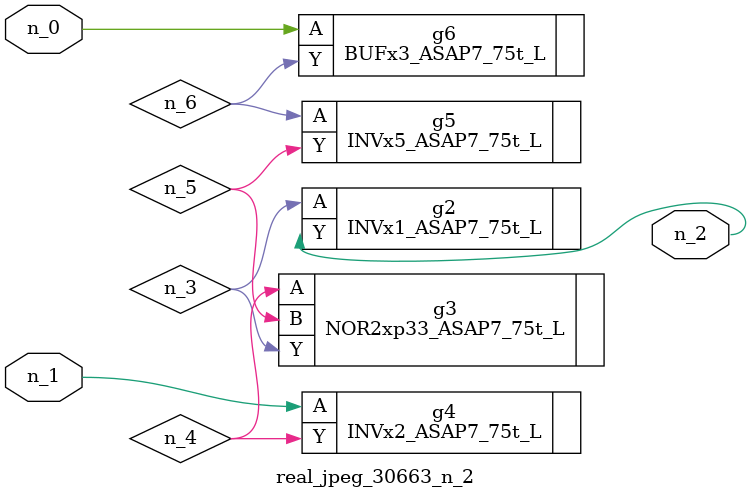
<source format=v>
module real_jpeg_30663_n_2 (n_1, n_0, n_2);

input n_1;
input n_0;

output n_2;

wire n_5;
wire n_4;
wire n_6;
wire n_3;

BUFx3_ASAP7_75t_L g6 ( 
.A(n_0),
.Y(n_6)
);

INVx2_ASAP7_75t_L g4 ( 
.A(n_1),
.Y(n_4)
);

INVx1_ASAP7_75t_L g2 ( 
.A(n_3),
.Y(n_2)
);

NOR2xp33_ASAP7_75t_L g3 ( 
.A(n_4),
.B(n_5),
.Y(n_3)
);

INVx5_ASAP7_75t_L g5 ( 
.A(n_6),
.Y(n_5)
);


endmodule
</source>
